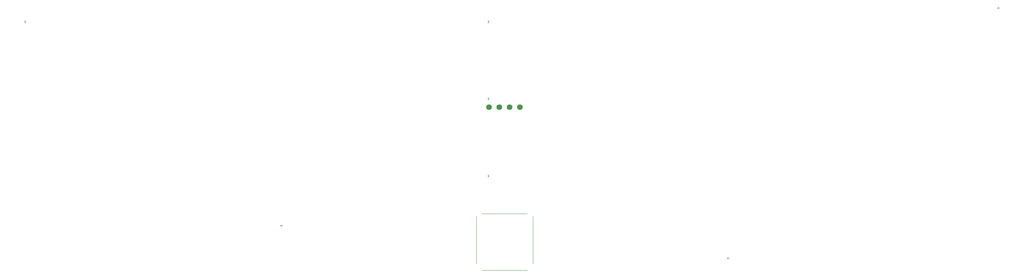
<source format=gbr>
%TF.GenerationSoftware,KiCad,Pcbnew,(6.0.11)*%
%TF.CreationDate,2023-07-16T00:11:03+02:00*%
%TF.ProjectId,alpha-curISO_routingv6,616c7068-612d-4637-9572-49534f5f726f,rev?*%
%TF.SameCoordinates,Original*%
%TF.FileFunction,Legend,Top*%
%TF.FilePolarity,Positive*%
%FSLAX46Y46*%
G04 Gerber Fmt 4.6, Leading zero omitted, Abs format (unit mm)*
G04 Created by KiCad (PCBNEW (6.0.11)) date 2023-07-16 00:11:03*
%MOMM*%
%LPD*%
G01*
G04 APERTURE LIST*
%ADD10C,0.120000*%
%ADD11C,1.397000*%
%ADD12C,1.750000*%
%ADD13C,3.987800*%
%ADD14O,2.000000X3.200000*%
%ADD15R,2.000000X2.000000*%
%ADD16C,2.000000*%
%ADD17C,3.048000*%
%ADD18O,3.200000X2.000000*%
%ADD19C,4.000000*%
%ADD20C,2.200000*%
%ADD21R,1.700000X1.700000*%
%ADD22O,1.700000X1.700000*%
%ADD23C,0.650000*%
%ADD24O,1.000000X1.600000*%
%ADD25O,1.000000X2.100000*%
G04 APERTURE END LIST*
D10*
%TO.C,SW_rotary3*%
X143837500Y-66237500D02*
X143537500Y-66537500D01*
X143537500Y-65937500D02*
X143837500Y-66237500D01*
X143537500Y-66537500D02*
X143537500Y-65937500D01*
%TO.C,SW_rotary2*%
X269137500Y-62837500D02*
X269437500Y-62537500D01*
X269437500Y-62537500D02*
X269737500Y-62837500D01*
X269737500Y-62837500D02*
X269137500Y-62837500D01*
%TO.C,SW_rotary6*%
X202462500Y-124750000D02*
X202762500Y-124450000D01*
X203062500Y-124750000D02*
X202462500Y-124750000D01*
X202762500Y-124450000D02*
X203062500Y-124750000D01*
%TO.C,SW44(4)1*%
X140637500Y-113650000D02*
X154637500Y-113650000D01*
X154637500Y-113650000D02*
X154637500Y-127650000D01*
X140637500Y-113650000D02*
X140637500Y-127650000D01*
X154637500Y-127650000D02*
X140637500Y-127650000D01*
%TO.C,SW_rotary5*%
X92812500Y-116550000D02*
X92512500Y-116850000D01*
X92212500Y-116550000D02*
X92812500Y-116550000D01*
X92512500Y-116850000D02*
X92212500Y-116550000D01*
%TO.C,SW_rotary1*%
X29237500Y-66537500D02*
X29237500Y-65937500D01*
X29237500Y-65937500D02*
X29537500Y-66237500D01*
X29537500Y-66237500D02*
X29237500Y-66537500D01*
%TO.C,SW_rotary4*%
X143537500Y-84987500D02*
X143837500Y-85287500D01*
X143837500Y-85287500D02*
X143537500Y-85587500D01*
X143537500Y-85587500D02*
X143537500Y-84987500D01*
%TO.C,SW_rotary7*%
X143837500Y-104320487D02*
X143537500Y-104620487D01*
X143537500Y-104620487D02*
X143537500Y-104020487D01*
X143537500Y-104020487D02*
X143837500Y-104320487D01*
%TD*%
D11*
%TO.C,OL1*%
X143827500Y-87312500D03*
X146367500Y-87312500D03*
X148907500Y-87312500D03*
X151447500Y-87312500D03*
%TD*%
%LPC*%
D12*
%TO.C,SW30(ortho)1*%
X95567500Y-96820487D03*
D13*
X90487500Y-96820487D03*
D12*
X85407500Y-96820487D03*
%TD*%
%TO.C,SW12*%
X247967500Y-58737500D03*
D13*
X242887500Y-58737500D03*
D12*
X237807500Y-58737500D03*
%TD*%
D13*
%TO.C,SW31(ortho)1*%
X109537500Y-96820487D03*
D12*
X114617500Y-96820487D03*
X104457500Y-96820487D03*
%TD*%
%TO.C,SW43(1.75)1*%
X136062566Y-120635521D03*
X125902566Y-120635521D03*
D13*
X130982566Y-120635521D03*
%TD*%
D12*
%TO.C,SW48*%
X243205000Y-115887500D03*
X233045000Y-115887500D03*
D13*
X238125000Y-115887500D03*
%TD*%
D12*
%TO.C,SW33(1.5stagger)1*%
X152082500Y-96820487D03*
D13*
X157162500Y-96820487D03*
D12*
X162242500Y-96820487D03*
%TD*%
D14*
%TO.C,SW_rotary3*%
X153237500Y-58737500D03*
X142037500Y-58737500D03*
D15*
X145137500Y-66237500D03*
D16*
X150137500Y-66237500D03*
X147637500Y-66237500D03*
X150137500Y-51737500D03*
X145137500Y-51737500D03*
%TD*%
D12*
%TO.C,SW42(3)1*%
X124142500Y-120650000D03*
X113982500Y-120650000D03*
D13*
X119062500Y-120650000D03*
D17*
X138112500Y-127635000D03*
D13*
X100012500Y-112395000D03*
X138112500Y-112395000D03*
D17*
X100012500Y-127635000D03*
%TD*%
D12*
%TO.C,SW32(ortho)1*%
X133667500Y-96820487D03*
X123507500Y-96820487D03*
D13*
X128587500Y-96820487D03*
%TD*%
%TO.C,SW42(1)1*%
X100012500Y-120650000D03*
D12*
X105092500Y-120650000D03*
X94932500Y-120650000D03*
%TD*%
%TO.C,SW34(1.5stagger)1*%
X171132500Y-96820487D03*
D13*
X176212500Y-96820487D03*
D12*
X181292500Y-96820487D03*
%TD*%
%TO.C,SW21*%
X171767500Y-77787500D03*
D13*
X166687500Y-77787500D03*
D12*
X161607500Y-77787500D03*
%TD*%
D13*
%TO.C,SW28*%
X57150000Y-96820487D03*
D12*
X52070000Y-96820487D03*
X62230000Y-96820487D03*
%TD*%
D13*
%TO.C,SW8*%
X166687500Y-58737500D03*
D12*
X161607500Y-58737500D03*
X171767500Y-58737500D03*
%TD*%
%TO.C,SW28(1.5stagger)1*%
X66992500Y-96820487D03*
D13*
X61912500Y-96820487D03*
D12*
X56832500Y-96820487D03*
%TD*%
%TO.C,SW46(1.5)1*%
X195580000Y-120650000D03*
D13*
X190500000Y-120650000D03*
D12*
X185420000Y-120650000D03*
%TD*%
%TO.C,SW23*%
X209867500Y-77787500D03*
X199707500Y-77787500D03*
D13*
X204787500Y-77787500D03*
%TD*%
D12*
%TO.C,SW36*%
X224155000Y-96820487D03*
D13*
X219075000Y-96820487D03*
D12*
X213995000Y-96820487D03*
%TD*%
D13*
%TO.C,SW12(2)1*%
X240506250Y-66992500D03*
X252412500Y-58737500D03*
X264318750Y-66992500D03*
D12*
X247332500Y-58737500D03*
D17*
X240506250Y-51752500D03*
D12*
X257492500Y-58737500D03*
D17*
X264318750Y-51752500D03*
%TD*%
D13*
%TO.C,SW15*%
X52387500Y-77787500D03*
D12*
X57467500Y-77787500D03*
X47307500Y-77787500D03*
%TD*%
%TO.C,SW50(ortho)1*%
X152717500Y-96820487D03*
D13*
X147637500Y-96820487D03*
D12*
X142557500Y-96820487D03*
%TD*%
D13*
%TO.C,SW39(1.5)1*%
X42862500Y-115887500D03*
D12*
X37782500Y-115887500D03*
X47942500Y-115887500D03*
%TD*%
D13*
%TO.C,SW6*%
X128587500Y-58737500D03*
D12*
X133667500Y-58737500D03*
X123507500Y-58737500D03*
%TD*%
%TO.C,SW31*%
X109220000Y-96820487D03*
D13*
X114300000Y-96820487D03*
D12*
X119380000Y-96820487D03*
%TD*%
%TO.C,SW37(1.5stagger)1*%
X238442500Y-96820487D03*
D13*
X233362500Y-96820487D03*
D12*
X228282500Y-96820487D03*
%TD*%
%TO.C,SW38(1.25)1*%
X254475000Y-96820487D03*
X264635000Y-96820487D03*
D13*
X259555000Y-96820487D03*
%TD*%
D12*
%TO.C,SW47*%
X213995000Y-115887500D03*
X224155000Y-115887500D03*
D13*
X219075000Y-115887500D03*
%TD*%
D12*
%TO.C,SW26(1.5)1*%
X252095000Y-77787500D03*
D13*
X257175000Y-77787500D03*
D12*
X262255000Y-77787500D03*
%TD*%
%TO.C,SW46(1)1*%
X200342500Y-120650000D03*
X190182500Y-120650000D03*
D13*
X195262500Y-120650000D03*
%TD*%
%TO.C,SW1*%
X33337500Y-58737500D03*
D12*
X38417500Y-58737500D03*
X28257500Y-58737500D03*
%TD*%
D13*
%TO.C,SW26(ISO)1*%
X259556250Y-87312500D03*
X251301250Y-99250500D03*
X251301250Y-75374500D03*
D12*
X254476250Y-87312500D03*
X264636250Y-87312500D03*
D17*
X266541250Y-75374500D03*
X266541250Y-99250500D03*
%TD*%
D12*
%TO.C,SW37(ortho)1*%
X247967500Y-96820487D03*
X237807500Y-96820487D03*
D13*
X242887500Y-96820487D03*
%TD*%
D12*
%TO.C,SW41(1.5)1*%
X76517500Y-115887500D03*
X66357500Y-115887500D03*
D13*
X71437500Y-115887500D03*
%TD*%
%TO.C,SW27(ortho)1*%
X33337500Y-96820487D03*
D12*
X38417500Y-96820487D03*
X28257500Y-96820487D03*
%TD*%
D13*
%TO.C,SW38(1.5)1*%
X257175000Y-96820487D03*
D12*
X262255000Y-96820487D03*
X252095000Y-96820487D03*
%TD*%
D18*
%TO.C,SW_rotary2*%
X261937500Y-53137500D03*
X261937500Y-64337500D03*
D15*
X269437500Y-61237500D03*
D16*
X269437500Y-56237500D03*
X269437500Y-58737500D03*
X254937500Y-56237500D03*
X254937500Y-61237500D03*
%TD*%
D18*
%TO.C,SW_rotary6*%
X195262500Y-126250000D03*
D15*
X202762500Y-123150000D03*
D16*
X202762500Y-118150000D03*
X202762500Y-120650000D03*
X188262500Y-118150000D03*
X188262500Y-123150000D03*
%TD*%
D12*
%TO.C,SW9*%
X180657500Y-58737500D03*
X190817500Y-58737500D03*
D13*
X185737500Y-58737500D03*
%TD*%
%TO.C,SW33*%
X161925000Y-96820487D03*
D12*
X156845000Y-96820487D03*
X167005000Y-96820487D03*
%TD*%
%TO.C,SW43(2)1*%
X133667500Y-120650000D03*
D17*
X116681250Y-127635000D03*
D12*
X123507500Y-120650000D03*
D13*
X116681250Y-112395000D03*
X128587500Y-120650000D03*
D17*
X140493750Y-127635000D03*
D13*
X140493750Y-112395000D03*
%TD*%
D19*
%TO.C,SW44(4)1*%
X147637500Y-120650000D03*
D13*
X178625500Y-112420400D03*
D17*
X116649500Y-127635000D03*
X178625500Y-127660400D03*
D13*
X116649500Y-112395000D03*
D20*
X143827500Y-118110000D03*
X150177500Y-115570000D03*
%TD*%
D12*
%TO.C,SW33(ortho)1*%
X171767500Y-96820487D03*
X161607500Y-96820487D03*
D13*
X166687500Y-96820487D03*
%TD*%
%TO.C,SW10*%
X204787500Y-58737500D03*
D12*
X199707500Y-58737500D03*
X209867500Y-58737500D03*
%TD*%
D13*
%TO.C,SW18*%
X109537500Y-77787500D03*
D12*
X114617500Y-77787500D03*
X104457500Y-77787500D03*
%TD*%
%TO.C,SW34(ortho)1*%
X180657500Y-96820487D03*
D13*
X185737500Y-96820487D03*
D12*
X190817500Y-96820487D03*
%TD*%
D13*
%TO.C,SW36(ortho)1*%
X223837500Y-96820487D03*
D12*
X218757500Y-96820487D03*
X228917500Y-96820487D03*
%TD*%
D18*
%TO.C,SW_rotary5*%
X100012500Y-126250000D03*
X100012500Y-115050000D03*
D15*
X92512500Y-118150000D03*
D16*
X92512500Y-123150000D03*
X92512500Y-120650000D03*
X107012500Y-123150000D03*
X107012500Y-118150000D03*
%TD*%
D12*
%TO.C,SW2*%
X47307500Y-58737500D03*
X57467500Y-58737500D03*
D13*
X52387500Y-58737500D03*
%TD*%
%TO.C,SW38(ortho)1*%
X261937500Y-96820487D03*
D12*
X256857500Y-96820487D03*
X267017500Y-96820487D03*
%TD*%
D13*
%TO.C,SW49(1.5)1*%
X252412500Y-115887500D03*
D12*
X257492500Y-115887500D03*
X247332500Y-115887500D03*
%TD*%
%TO.C,SW34*%
X175895000Y-96820487D03*
X186055000Y-96820487D03*
D13*
X180975000Y-96820487D03*
%TD*%
D12*
%TO.C,SW4*%
X85407500Y-58737500D03*
X95567500Y-58737500D03*
D13*
X90487500Y-58737500D03*
%TD*%
D12*
%TO.C,SW13*%
X267017500Y-58737500D03*
D13*
X261937500Y-58737500D03*
D12*
X256857500Y-58737500D03*
%TD*%
%TO.C,SW35(ortho)1*%
X199707500Y-96820487D03*
D13*
X204787500Y-96820487D03*
D12*
X209867500Y-96820487D03*
%TD*%
%TO.C,SW32*%
X138430000Y-96820487D03*
D13*
X133350000Y-96820487D03*
D12*
X128270000Y-96820487D03*
%TD*%
D13*
%TO.C,SW29(ortho)1*%
X71437500Y-96820487D03*
D12*
X76517500Y-96820487D03*
X66357500Y-96820487D03*
%TD*%
D13*
%TO.C,SW30(1.5stagger)1*%
X100012500Y-96820487D03*
D12*
X105092500Y-96820487D03*
X94932500Y-96820487D03*
%TD*%
%TO.C,SW29(1.5stagger)1*%
X86042500Y-96820487D03*
X75882500Y-96820487D03*
D13*
X80962500Y-96820487D03*
%TD*%
D12*
%TO.C,SW45(2)1*%
X161607500Y-120650000D03*
D17*
X154781250Y-127635000D03*
X178593750Y-127635000D03*
D13*
X166687500Y-120650000D03*
X178593750Y-112395000D03*
X154781250Y-112395000D03*
D12*
X171767500Y-120650000D03*
%TD*%
D13*
%TO.C,SW46(1.25)1*%
X192895066Y-120635521D03*
D12*
X197975066Y-120635521D03*
X187815066Y-120635521D03*
%TD*%
%TO.C,SW16*%
X66357500Y-77787500D03*
X76517500Y-77787500D03*
D13*
X71437500Y-77787500D03*
%TD*%
D12*
%TO.C,SW25*%
X247967500Y-77787500D03*
D13*
X242887500Y-77787500D03*
D12*
X237807500Y-77787500D03*
%TD*%
D13*
%TO.C,SW46(3)1*%
X157162500Y-112395000D03*
X195262500Y-112395000D03*
D17*
X195262500Y-127635000D03*
D12*
X171132500Y-120650000D03*
D17*
X157162500Y-127635000D03*
D12*
X181292500Y-120650000D03*
D13*
X176212500Y-120650000D03*
%TD*%
D12*
%TO.C,SW39*%
X33020000Y-115887500D03*
D13*
X38100000Y-115887500D03*
D12*
X43180000Y-115887500D03*
%TD*%
%TO.C,SW19*%
X123507500Y-77787500D03*
D13*
X128587500Y-77787500D03*
D12*
X133667500Y-77787500D03*
%TD*%
D21*
%TO.C,J2*%
X157162500Y-64135000D03*
D22*
X157162500Y-66675000D03*
X157162500Y-69215000D03*
X157162500Y-71755000D03*
X157162500Y-74295000D03*
%TD*%
D13*
%TO.C,SW44(6)1*%
X195262500Y-112395000D03*
X147637500Y-120650000D03*
X100012500Y-112395000D03*
D17*
X100012500Y-127635000D03*
D12*
X152717500Y-120650000D03*
X142557500Y-120650000D03*
D17*
X195262500Y-127635000D03*
%TD*%
D12*
%TO.C,SW35*%
X194945000Y-96820487D03*
D13*
X200025000Y-96820487D03*
D12*
X205105000Y-96820487D03*
%TD*%
D13*
%TO.C,SW37*%
X238125000Y-96820487D03*
D12*
X243205000Y-96820487D03*
X233045000Y-96820487D03*
%TD*%
D13*
%TO.C,SW20*%
X147637500Y-77787500D03*
D12*
X152717500Y-77787500D03*
X142557500Y-77787500D03*
%TD*%
D13*
%TO.C,SW11*%
X223837500Y-58737500D03*
D12*
X218757500Y-58737500D03*
X228917500Y-58737500D03*
%TD*%
%TO.C,SW24(1.5)1*%
X233680000Y-77787500D03*
D13*
X228600000Y-77787500D03*
D12*
X223520000Y-77787500D03*
%TD*%
D13*
%TO.C,SW7*%
X147637500Y-58737500D03*
D12*
X142557500Y-58737500D03*
X152717500Y-58737500D03*
%TD*%
D13*
%TO.C,SW40*%
X57150000Y-115887500D03*
D12*
X52070000Y-115887500D03*
X62230000Y-115887500D03*
%TD*%
D17*
%TO.C,SW26(2)1*%
X264318750Y-70802500D03*
D12*
X257492500Y-77787500D03*
X247332500Y-77787500D03*
D13*
X240506250Y-86042500D03*
D17*
X240506250Y-70802500D03*
D13*
X264318750Y-86042500D03*
X252412500Y-77787500D03*
%TD*%
D12*
%TO.C,SW48(3)1*%
X243205000Y-115887500D03*
X233045000Y-115887500D03*
D17*
X257175000Y-122872500D03*
D13*
X219075000Y-107632500D03*
X257175000Y-107632500D03*
D17*
X219075000Y-122872500D03*
D13*
X238125000Y-115887500D03*
%TD*%
D14*
%TO.C,SW_rotary1*%
X27737500Y-58737500D03*
X38937500Y-58737500D03*
D15*
X30837500Y-66237500D03*
D16*
X35837500Y-66237500D03*
X33337500Y-66237500D03*
X35837500Y-51737500D03*
X30837500Y-51737500D03*
%TD*%
D14*
%TO.C,SW_rotary4*%
X153237500Y-77787500D03*
X142037500Y-77787500D03*
D15*
X145137500Y-85287500D03*
D16*
X150137500Y-85287500D03*
X147637500Y-85287500D03*
X150137500Y-70787500D03*
X145137500Y-70787500D03*
%TD*%
D12*
%TO.C,SW36(1.5stagger)1*%
X209232500Y-96820487D03*
D13*
X214312500Y-96820487D03*
D12*
X219392500Y-96820487D03*
%TD*%
%TO.C,SW5*%
X104457500Y-58737500D03*
X114617500Y-58737500D03*
D13*
X109537500Y-58737500D03*
%TD*%
D17*
%TO.C,SW44(3)1*%
X166687500Y-127635000D03*
D13*
X147637500Y-120650000D03*
X128587500Y-112395000D03*
D17*
X128587500Y-127635000D03*
D12*
X142557500Y-120650000D03*
D13*
X166687500Y-112395000D03*
D12*
X152717500Y-120650000D03*
%TD*%
D14*
%TO.C,SW_rotary7*%
X153237500Y-96820487D03*
X142037500Y-96820487D03*
D15*
X145137500Y-104320487D03*
D16*
X150137500Y-104320487D03*
X147637500Y-104320487D03*
X150137500Y-89820487D03*
X145137500Y-89820487D03*
%TD*%
D12*
%TO.C,SW22*%
X190817500Y-77787500D03*
X180657500Y-77787500D03*
D13*
X185737500Y-77787500D03*
%TD*%
D12*
%TO.C,SW27(1.5)1*%
X33020000Y-96820487D03*
D13*
X38100000Y-96820487D03*
D12*
X43180000Y-96820487D03*
%TD*%
%TO.C,SW42(1.25)1*%
X97327566Y-120635521D03*
X107487566Y-120635521D03*
D13*
X102407566Y-120635521D03*
%TD*%
D12*
%TO.C,SW42(1.5)1*%
X109855000Y-120650000D03*
X99695000Y-120650000D03*
D13*
X104775000Y-120650000D03*
%TD*%
D12*
%TO.C,SW27(1.25)1*%
X30640000Y-96820487D03*
X40800000Y-96820487D03*
D13*
X35720000Y-96820487D03*
%TD*%
%TO.C,SW49*%
X257175000Y-115887500D03*
D12*
X252095000Y-115887500D03*
X262255000Y-115887500D03*
%TD*%
D13*
%TO.C,SW26*%
X261937500Y-77787500D03*
D12*
X256857500Y-77787500D03*
X267017500Y-77787500D03*
%TD*%
D13*
%TO.C,SW28(ortho)1*%
X52387500Y-96820487D03*
D12*
X47307500Y-96820487D03*
X57467500Y-96820487D03*
%TD*%
%TO.C,SW24*%
X218757500Y-77787500D03*
X228917500Y-77787500D03*
D13*
X223837500Y-77787500D03*
%TD*%
D12*
%TO.C,SW17*%
X95567500Y-77787500D03*
X85407500Y-77787500D03*
D13*
X90487500Y-77787500D03*
%TD*%
%TO.C,SW40(3)1*%
X76200000Y-107632500D03*
D12*
X62230000Y-115887500D03*
D17*
X76200000Y-122872500D03*
X38100000Y-122872500D03*
D13*
X57150000Y-115887500D03*
X38100000Y-107632500D03*
D12*
X52070000Y-115887500D03*
%TD*%
%TO.C,SW3*%
X76517500Y-58737500D03*
D13*
X71437500Y-58737500D03*
D12*
X66357500Y-58737500D03*
%TD*%
%TO.C,SW45(1.75)1*%
X169400066Y-120635521D03*
X159240066Y-120635521D03*
D13*
X164320066Y-120635521D03*
%TD*%
%TO.C,SW14*%
X33337500Y-77787500D03*
D12*
X38417500Y-77787500D03*
X28257500Y-77787500D03*
%TD*%
%TO.C,SW41*%
X81280000Y-115887500D03*
D13*
X76200000Y-115887500D03*
D12*
X71120000Y-115887500D03*
%TD*%
%TO.C,SW47(1.5)1*%
X228917500Y-115887500D03*
D13*
X223837500Y-115887500D03*
D12*
X218757500Y-115887500D03*
%TD*%
%TO.C,SW35(1.5stagger)1*%
X190182500Y-96820487D03*
D13*
X195262500Y-96820487D03*
D12*
X200342500Y-96820487D03*
%TD*%
D13*
%TO.C,SW30*%
X95250000Y-96820487D03*
D12*
X100330000Y-96820487D03*
X90170000Y-96820487D03*
%TD*%
%TO.C,SW32(1.5stagger)1*%
X143192500Y-96820487D03*
X133032500Y-96820487D03*
D13*
X138112500Y-96820487D03*
%TD*%
D12*
%TO.C,SW31(1.5stagger)1*%
X113982500Y-96820487D03*
X124142500Y-96820487D03*
D13*
X119062500Y-96820487D03*
%TD*%
D12*
%TO.C,SW29*%
X81280000Y-96820487D03*
X71120000Y-96820487D03*
D13*
X76200000Y-96820487D03*
%TD*%
D23*
%TO.C,USB1*%
X39972500Y-53686838D03*
X45752500Y-53686838D03*
D24*
X47182500Y-50036838D03*
D25*
X38542500Y-54216838D03*
X47182500Y-54216838D03*
D24*
X38542500Y-50036838D03*
%TD*%
D21*
%TO.C,J1*%
X138074000Y-74265000D03*
D22*
X138074000Y-71725000D03*
X138074000Y-69185000D03*
X138074000Y-66645000D03*
X138074000Y-64105000D03*
%TD*%
M02*

</source>
